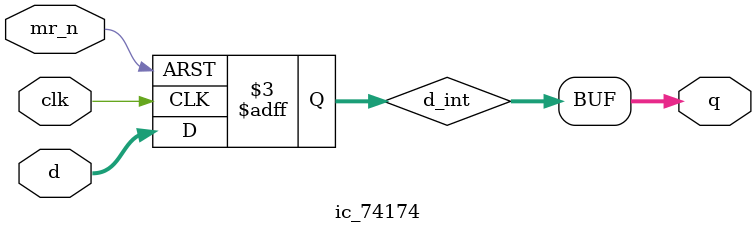
<source format=v>
`timescale 1ns / 1ps


module ic_74174(
    input clk,
    input [5:0] d,
    output [5:0] q,
    input mr_n
    );
    
    reg [5:0] d_int;
   
    assign q = d_int;
    
    always @ (posedge clk, negedge mr_n) begin
        if (! mr_n)
            d_int <= 6'b000000;
        else
            d_int <= d;
            
    end
    
endmodule

</source>
